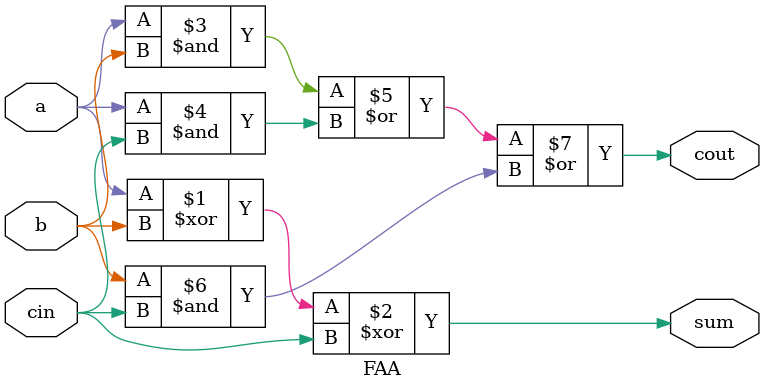
<source format=v>
/*full adder*/
module FAA(a,b,cin,sum,cout);
input a,b, cin;
output sum,cout;
wire sum,cout;
assign sum = a ^ b ^ cin;
assign cout = (a&b) | (a & cin) | (b & cin);
endmodule


</source>
